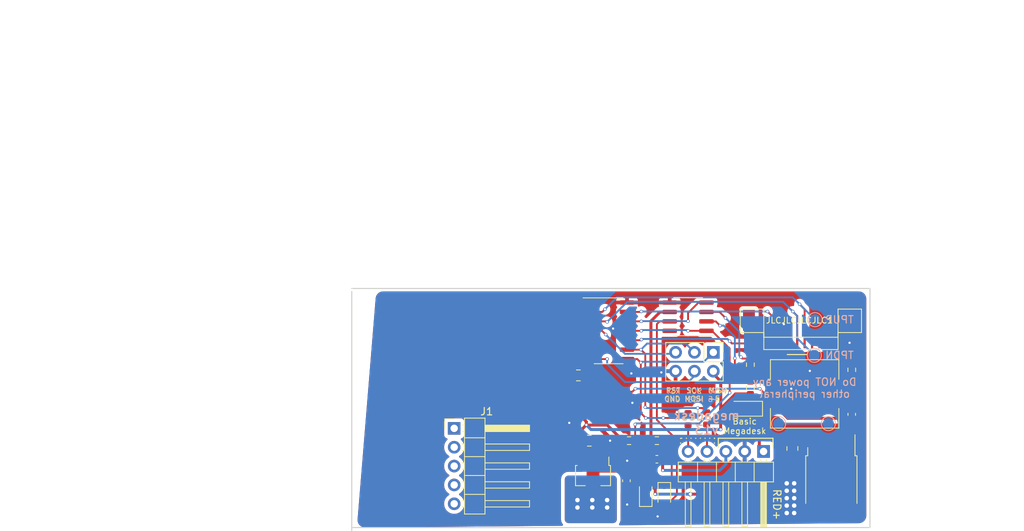
<source format=kicad_pcb>
(kicad_pcb (version 20241229) (generator "pcbnew") (generator_version "9.0")
  (layers (0 "F.Cu" signal) (2 "B.Cu" signal) (13 "F.Paste" user) (15 "B.Paste" user) (5 "F.SilkS" user "F.Silkscreen") (7 "B.SilkS" user "B.Silkscreen") (1 "F.Mask" user) (3 "B.Mask" user) (25 "Edge.Cuts" user))
  (net 0 "")
  (net 1 "+5V")
  (net 2 "GND")
  (net 3 "+12V")
  (net 4 "LINBUS")
  (net 5 "/MISO")
  (net 6 "/SCK")
  (net 7 "/MOSI")
  (net 8 "/RST")
  (net 9 "+24V")
  (net 10 "Net-(BZ1--)")
  (net 11 "Net-(BZ1-+)")
  (net 12 "Net-(D1-K)")
  (net 13 "Net-(D2-K)")
  (net 14 "Bup")
  (net 15 "Bdown")
  (net 16 "B9")
  (net 17 "B10")
  (net 18 "Net-(U3-PA2)")
  (net 19 "Net-(U4-CS)")
  (net 20 "Net-(U4-WAKE)")
  (net 21 "Net-(U3-PA1)")
  (net 22 "Net-(TP1-Pad1)")
  (net 30 "/AVRRX")
  (net 31 "/AVRTX")
  (footprint "Diode_SMD:D_SOD-323" (layer "F.Cu") (at 110.7 132.35 90)
    (property "Reference" "D1" (hide yes))
    (property "Value" "1N4148")
    (pad "1" smd roundrect (at -1.05 0 90) (size 0.6 0.45) (layers "F.Cu" "F.Mask" "F.Paste") (net 12 "Net-(D1-K)"))
    (pad "2" smd roundrect (at 1.05 0 90) (size 0.6 0.45) (layers "F.Cu" "F.Mask" "F.Paste") (net 3 "+12V"))
  )
  (footprint "Package_TO_SOT_SMD:TO-252-2" (layer "F.Cu") (at 135.7 130.44 -90)
    (property "Reference" "U1" (hide yes))
    (property "Value" "7812")
    (pad "1" smd roundrect (at -5.04 -2.28 270) (size 2.2 1.2) (layers "F.Cu" "F.Mask" "F.Paste") (roundrect_rratio 0.208333) (net 9 "+24V"))
    (pad "2" smd roundrect (at -0.415 -1.525 270) (size 3.05 2.75) (layers "F.Cu" "F.Paste") (roundrect_rratio 0.090909) (net 2 "GND"))
    (pad "2" smd roundrect (at -0.415 1.525 270) (size 3.05 2.75) (layers "F.Cu" "F.Paste") (roundrect_rratio 0.090909) (net 2 "GND"))
    (pad "2" smd roundrect (at 1.26 0 270) (size 6.4 5.8) (layers "F.Cu" "F.Mask") (roundrect_rratio 0.043103) (net 2 "GND"))
    (pad "2" smd roundrect (at 2.935 -1.525 270) (size 3.05 2.75) (layers "F.Cu" "F.Paste") (roundrect_rratio 0.090909) (net 2 "GND"))
    (pad "2" smd roundrect (at 2.935 1.525 270) (size 3.05 2.75) (layers "F.Cu" "F.Paste") (roundrect_rratio 0.090909) (net 2 "GND"))
    (pad "3" smd roundrect (at -5.04 2.28 270) (size 2.2 1.2) (layers "F.Cu" "F.Mask" "F.Paste") (roundrect_rratio 0.208333) (net 3 "+12V"))
  )
  (footprint "megadesk:F1004-H-10-20G-R" (layer "F.Cu") (at 131.6 112 180)
    (property "Reference" "J2" (hide yes))
    (property "Value" "FFC")
    (pad "0" smd rect (at -7 3.1 180) (size 1.6 2.8) (layers "F.Cu" "F.Mask" "F.Paste"))
    (pad "0" smd rect (at 7 3.1 180) (size 1.6 2.8) (layers "F.Cu" "F.Mask" "F.Paste"))
    (pad "1" smd rect (at -4.5 0 180) (size 0.3 1.3) (layers "F.Cu" "F.Mask" "F.Paste"))
    (pad "2" smd rect (at -3.5 0 180) (size 0.3 1.3) (layers "F.Cu" "F.Mask" "F.Paste"))
    (pad "3" smd rect (at -2.5 0 180) (size 0.3 1.3) (layers "F.Cu" "F.Mask" "F.Paste"))
    (pad "4" smd rect (at -1.5 0 180) (size 0.3 1.3) (layers "F.Cu" "F.Mask" "F.Paste"))
    (pad "5" smd rect (at -0.5 0 180) (size 0.3 1.3) (layers "F.Cu" "F.Mask" "F.Paste") (net 14 "Bup"))
    (pad "6" smd rect (at 0.5 0 180) (size 0.3 1.3) (layers "F.Cu" "F.Mask" "F.Paste") (net 15 "Bdown"))
    (pad "7" smd rect (at 1.5 0 180) (size 0.3 1.3) (layers "F.Cu" "F.Mask" "F.Paste") (net 2 "GND"))
    (pad "8" smd rect (at 2.5 0 180) (size 0.3 1.3) (layers "F.Cu" "F.Mask" "F.Paste"))
    (pad "9" smd rect (at 3.5 0 180) (size 0.3 1.3) (layers "F.Cu" "F.Mask" "F.Paste") (net 16 "B9"))
    (pad "10" smd rect (at 4.5 0 180) (size 0.3 1.3) (layers "F.Cu" "F.Mask" "F.Paste") (net 17 "B10"))
  )
  (footprint "Capacitor_SMD:C_0603_1608Metric" (layer "F.Cu") (at 112.2 127.6 180)
    (property "Reference" "C6" (hide yes))
    (property "Value" "220pF")
    (pad "1" smd roundrect (at -0.775 0 180) (size 0.9 0.95) (layers "F.Cu" "F.Mask" "F.Paste") (net 4 "LINBUS"))
    (pad "2" smd roundrect (at 0.775 0 180) (size 0.9 0.95) (layers "F.Cu" "F.Mask" "F.Paste") (net 2 "GND"))
  )
  (footprint "Resistor_SMD:R_0603_1608Metric" (layer "F.Cu") (at 138.45 115.55 90)
    (property "Reference" "R1" (hide yes))
    (property "Value" "2k")
    (pad "1" smd roundrect (at -0.825 0 90) (size 0.8 0.95) (layers "F.Cu" "F.Mask" "F.Paste") (net 11 "Net-(BZ1-+)"))
    (pad "2" smd roundrect (at 0.825 0 90) (size 0.8 0.95) (layers "F.Cu" "F.Mask" "F.Paste") (net 2 "GND"))
  )
  (footprint "Resistor_SMD:R_0603_1608Metric" (layer "F.Cu") (at 124.792 117.977 -90)
    (property "Reference" "R4" (hide yes))
    (property "Value" "4.7k")
    (pad "1" smd roundrect (at -0.825 0 270) (size 0.8 0.95) (layers "F.Cu" "F.Mask" "F.Paste") (net 19 "Net-(U4-CS)"))
    (pad "2" smd roundrect (at 0.825 0 270) (size 0.8 0.95) (layers "F.Cu" "F.Mask" "F.Paste") (net 1 "+5V"))
  )
  (footprint "Resistor_SMD:R_0603_1608Metric" (layer "F.Cu") (at 112.2 125.1 180)
    (property "Reference" "R6" (hide yes))
    (property "Value" "1k")
    (pad "1" smd roundrect (at -0.825 0 180) (size 0.8 0.95) (layers "F.Cu" "F.Mask" "F.Paste") (net 13 "Net-(D2-K)"))
    (pad "2" smd roundrect (at 0.825 0 180) (size 0.8 0.95) (layers "F.Cu" "F.Mask" "F.Paste") (net 4 "LINBUS"))
  )
  (footprint "Buzzer_Beeper:Buzzer_Murata_PKMCS0909E" (layer "F.Cu") (at 132.1 118.8)
    (property "Reference" "BZ1" (hide yes))
    (property "Value" "Buzzer")
    (pad "1" smd rect (at -4.35 0) (size 1.3 3.4) (layers "F.Cu" "F.Mask" "F.Paste") (net 10 "Net-(BZ1--)"))
    (pad "2" smd rect (at 4.35 0) (size 1.3 3.4) (layers "F.Cu" "F.Mask" "F.Paste") (net 11 "Net-(BZ1-+)"))
  )
  (footprint "Capacitor_SMD:C_0805_2012Metric" (layer "F.Cu") (at 130.45 126.15 -90)
    (property "Reference" "C3" (hide yes))
    (property "Value" "0.1uF")
    (pad "1" smd roundrect (at -0.95 0 270) (size 1 1.45) (layers "F.Cu" "F.Mask" "F.Paste") (net 3 "+12V"))
    (pad "2" smd roundrect (at 0.95 0 270) (size 1 1.45) (layers "F.Cu" "F.Mask" "F.Paste") (net 2 "GND"))
  )
  (footprint "Diode_SMD:D_SOD-323" (layer "F.Cu") (at 113.2 132.35 -90)
    (property "Reference" "D2" (hide yes))
    (property "Value" "1N4148")
    (pad "1" smd roundrect (at -1.05 0 270) (size 0.6 0.45) (layers "F.Cu" "F.Mask" "F.Paste") (net 13 "Net-(D2-K)"))
    (pad "2" smd roundrect (at 1.05 0 270) (size 0.6 0.45) (layers "F.Cu" "F.Mask" "F.Paste") (net 12 "Net-(D1-K)"))
  )
  (footprint "Package_TO_SOT_SMD:SOT-89-3" (layer "F.Cu") (at 103.6 129.8 -90)
    (property "Reference" "U2" (hide yes))
    (property "Value" "HT7550-1")
    (pad "1" smd rect (at -1.95 -1.5 270) (size 1.3 0.9) (layers "F.Cu" "F.Mask" "F.Paste") (net 2 "GND"))
    (pad "2" smd custom (at -1.8625 0 270) (size 1.475 0.9) (layers "F.Cu" "F.Mask" "F.Paste") (net 3 "+12V") (options (clearance outline) (anchor rect)) (primitives (gr_poly (pts (xy 3.8625 0.8665) (xy 0.7375 0.8665) (xy 0.7375 -0.8665) (xy 3.8625 -0.8665)) (width 0) (fill yes))))
    (pad "3" smd rect (at -1.95 1.5 270) (size 1.3 0.9) (layers "F.Cu" "F.Mask" "F.Paste") (net 1 "+5V"))
  )
  (footprint "Connector_PinHeader_2.54mm:PinHeader_2x03_P2.54mm_Vertical" (layer "F.Cu") (at 119.8 113.2 -90)
    (property "Reference" "J3" (hide yes))
    (property "Value" "AVR-ISP-6")
    (pad "1" thru_hole rect (at 0 0 270) (size 1.7 1.7) (drill 1) (layers "*.Cu" "*.Mask") (net 5 "/MISO"))
    (pad "2" thru_hole oval (at 2.54 0 270) (size 1.7 1.7) (drill 1) (layers "*.Cu" "*.Mask") (net 1 "+5V"))
    (pad "3" thru_hole oval (at 0 2.54 270) (size 1.7 1.7) (drill 1) (layers "*.Cu" "*.Mask") (net 6 "/SCK"))
    (pad "4" thru_hole oval (at 2.54 2.54 270) (size 1.7 1.7) (drill 1) (layers "*.Cu" "*.Mask") (net 7 "/MOSI"))
    (pad "5" thru_hole oval (at 0 5.08 270) (size 1.7 1.7) (drill 1) (layers "*.Cu" "*.Mask") (net 8 "/RST"))
    (pad "6" thru_hole oval (at 2.54 5.08 270) (size 1.7 1.7) (drill 1) (layers "*.Cu" "*.Mask") (net 2 "GND"))
  )
  (footprint "Package_SO:SOIC-14_3.9x8.7mm_P1.27mm" (layer "F.Cu") (at 105.7 110.3)
    (property "Reference" "U3" (hide yes))
    (property "Value" "ATtiny841-SS")
    (pad "1" smd roundrect (at -2.475 -3.81) (size 1.95 0.6) (layers "F.Cu" "F.Mask" "F.Paste") (net 1 "+5V"))
    (pad "2" smd roundrect (at -2.475 -2.54) (size 1.95 0.6) (layers "F.Cu" "F.Mask" "F.Paste") (net 14 "Bup"))
    (pad "3" smd roundrect (at -2.475 -1.27) (size 1.95 0.6) (layers "F.Cu" "F.Mask" "F.Paste") (net 15 "Bdown"))
    (pad "4" smd roundrect (at -2.475 0) (size 1.95 0.6) (layers "F.Cu" "F.Mask" "F.Paste") (net 8 "/RST"))
    (pad "5" smd roundrect (at -2.475 1.27) (size 1.95 0.6) (layers "F.Cu" "F.Mask" "F.Paste"))
    (pad "6" smd roundrect (at -2.475 2.54) (size 1.95 0.6) (layers "F.Cu" "F.Mask" "F.Paste") (net 10 "Net-(BZ1--)"))
    (pad "7" smd roundrect (at -2.475 3.81) (size 1.95 0.6) (layers "F.Cu" "F.Mask" "F.Paste") (net 7 "/MOSI"))
    (pad "8" smd roundrect (at 2.475 3.81) (size 1.95 0.6) (layers "F.Cu" "F.Mask" "F.Paste") (net 5 "/MISO"))
    (pad "9" smd roundrect (at 2.475 2.54) (size 1.95 0.6) (layers "F.Cu" "F.Mask" "F.Paste") (net 6 "/SCK"))
    (pad "10" smd roundrect (at 2.475 1.27) (size 1.95 0.6) (layers "F.Cu" "F.Mask" "F.Paste") (net 17 "B10"))
    (pad "11" smd roundrect (at 2.475 0) (size 1.95 0.6) (layers "F.Cu" "F.Mask" "F.Paste") (net 18 "Net-(U3-PA2)"))
    (pad "12" smd roundrect (at 2.475 -1.27) (size 1.95 0.6) (layers "F.Cu" "F.Mask" "F.Paste") (net 21 "Net-(U3-PA1)"))
    (pad "13" smd roundrect (at 2.475 -2.54) (size 1.95 0.6) (layers "F.Cu" "F.Mask" "F.Paste") (net 16 "B9"))
    (pad "14" smd roundrect (at 2.475 -3.81) (size 1.95 0.6) (layers "F.Cu" "F.Mask" "F.Paste") (net 2 "GND"))
  )
  (footprint "Capacitor_SMD:C_0805_2012Metric" (layer "F.Cu") (at 103.1 125.1)
    (property "Reference" "C5" (hide yes))
    (property "Value" "0.1uF")
    (pad "1" smd roundrect (at -0.95 0) (size 1 1.45) (layers "F.Cu" "F.Mask" "F.Paste") (net 1 "+5V"))
    (pad "2" smd roundrect (at 0.95 0) (size 1 1.45) (layers "F.Cu" "F.Mask" "F.Paste") (net 2 "GND"))
  )
  (footprint "Resistor_SMD:R_0603_1608Metric" (layer "F.Cu") (at 108.45 125.1)
    (property "Reference" "R3" (hide yes))
    (property "Value" "4.7k")
    (pad "1" smd roundrect (at -0.825 0) (size 0.8 0.95) (layers "F.Cu" "F.Mask" "F.Paste") (net 1 "+5V"))
    (pad "2" smd roundrect (at 0.825 0) (size 0.8 0.95) (layers "F.Cu" "F.Mask" "F.Paste") (net 18 "Net-(U3-PA2)"))
  )
  (footprint "Capacitor_SMD:C_0603_1608Metric" (layer "F.Cu") (at 138.45 121.55 90)
    (property "Reference" "C1" (hide yes))
    (property "Value" "220pF")
    (pad "1" smd roundrect (at -0.775 0 90) (size 0.9 0.95) (layers "F.Cu" "F.Mask" "F.Paste") (net 9 "+24V"))
    (pad "2" smd roundrect (at 0.775 0 90) (size 0.9 0.95) (layers "F.Cu" "F.Mask" "F.Paste") (net 2 "GND"))
  )
  (footprint "Resistor_SMD:R_0603_1608Metric" (layer "F.Cu") (at 124.792 114.866 -90)
    (property "Reference" "R5" (hide yes))
    (property "Value" "4.7k")
    (pad "1" smd roundrect (at -0.825 0 270) (size 0.8 0.95) (layers "F.Cu" "F.Mask" "F.Paste") (net 20 "Net-(U4-WAKE)"))
    (pad "2" smd roundrect (at 0.825 0 270) (size 0.8 0.95) (layers "F.Cu" "F.Mask" "F.Paste") (net 2 "GND"))
  )
  (footprint "Diode_SMD:D_SOD-123F" (layer "F.Cu") (at 124.219 120.798 180)
    (property "Reference" "D3" (hide yes))
    (property "Value" "SMF33A")
    (pad "1" smd roundrect (at -1.4 0 180) (size 1.1 1.1) (layers "F.Cu" "F.Mask" "F.Paste") (roundrect_rratio 0.2272727273) (net 9 "+24V"))
    (pad "2" smd roundrect (at 1.4 0 180) (size 1.1 1.1) (layers "F.Cu" "F.Mask" "F.Paste") (roundrect_rratio 0.2272727273) (net 2 "GND"))
  )
  (footprint "Resistor_SMD:R_0603_1608Metric" (layer "F.Cu") (at 118.9 122.1 -90)
    (property "Reference" "R2" (hide yes))
    (property "Value" "1k")
    (pad "1" smd roundrect (at -0.825 0 270) (size 0.8 0.95) (layers "F.Cu" "F.Mask" "F.Paste") (net 6 "/SCK"))
    (pad "2" smd roundrect (at 0.825 0 270) (size 0.8 0.95) (layers "F.Cu" "F.Mask" "F.Paste") (net 30 "/AVRRX"))
  )
  (footprint "Package_SO:SOIC-8_3.9x4.9mm_P1.27mm" (layer "F.Cu") (at 116.4 108.4 180)
    (property "Reference" "U4" (hide yes))
    (property "Value" "MCP2003B")
    (pad "1" smd roundrect (at -2.475 -1.905 180) (size 1.95 0.6) (layers "F.Cu" "F.Mask" "F.Paste") (net 18 "Net-(U3-PA2)"))
    (pad "2" smd roundrect (at -2.475 -0.635 180) (size 1.95 0.6) (layers "F.Cu" "F.Mask" "F.Paste") (net 19 "Net-(U4-CS)"))
    (pad "3" smd roundrect (at -2.475 0.635 180) (size 1.95 0.6) (layers "F.Cu" "F.Mask" "F.Paste") (net 20 "Net-(U4-WAKE)"))
    (pad "4" smd roundrect (at -2.475 1.905 180) (size 1.95 0.6) (layers "F.Cu" "F.Mask" "F.Paste") (net 21 "Net-(U3-PA1)"))
    (pad "5" smd roundrect (at 2.475 1.905 180) (size 1.95 0.6) (layers "F.Cu" "F.Mask" "F.Paste") (net 2 "GND"))
    (pad "6" smd roundrect (at 2.475 0.635 180) (size 1.95 0.6) (layers "F.Cu" "F.Mask" "F.Paste") (net 4 "LINBUS"))
    (pad "7" smd roundrect (at 2.475 -0.635 180) (size 1.95 0.6) (layers "F.Cu" "F.Mask" "F.Paste") (net 12 "Net-(D1-K)"))
    (pad "8" smd roundrect (at 2.475 -1.905 180) (size 1.95 0.6) (layers "F.Cu" "F.Mask" "F.Paste"))
  )
  (footprint "Connector_PinHeader_2.54mm:PinHeader_1x05_P2.54mm_Horizontal" (layer "F.Cu") (at 126.57 126.55 -90)
    (property "Reference" "J4" (hide yes))
    (property "Value" "Interface")
    (pad "1" thru_hole rect (at 0 0 270) (size 1.7 1.7) (drill 1) (layers "*.Cu" "*.Mask") (net 9 "+24V"))
    (pad "2" thru_hole oval (at 0 2.54 270) (size 1.7 1.7) (drill 1) (layers "*.Cu" "*.Mask") (net 2 "GND"))
    (pad "3" thru_hole oval (at 0 5.08 270) (size 1.7 1.7) (drill 1) (layers "*.Cu" "*.Mask") (net 4 "LINBUS"))
    (pad "4" thru_hole oval (at 0 7.62 270) (size 1.7 1.7) (drill 1) (layers "*.Cu" "*.Mask") (net 30 "/AVRRX"))
    (pad "5" thru_hole oval (at 0 10.16 270) (size 1.7 1.7) (drill 1) (layers "*.Cu" "*.Mask") (net 31 "/AVRTX"))
  )
  (footprint "Capacitor_SMD:C_0603_1608Metric" (layer "F.Cu") (at 108.1 130.5 -90)
    (property "Reference" "C2" (hide yes))
    (property "Value" "220pF")
    (pad "1" smd roundrect (at -0.775 0 270) (size 0.9 0.95) (layers "F.Cu" "F.Mask" "F.Paste") (net 3 "+12V"))
    (pad "2" smd roundrect (at 0.775 0 270) (size 0.9 0.95) (layers "F.Cu" "F.Mask" "F.Paste") (net 2 "GND"))
  )
  (footprint "Resistor_SMD:R_0603_1608Metric" (layer "F.Cu") (at 116.4 122.2 -90)
    (property "Reference" "R7" (hide yes))
    (property "Value" "1k")
    (pad "1" smd roundrect (at -0.825 0 270) (size 0.8 0.95) (layers "F.Cu" "F.Mask" "F.Paste") (net 5 "/MISO"))
    (pad "2" smd roundrect (at 0.825 0 270) (size 0.8 0.95) (layers "F.Cu" "F.Mask" "F.Paste") (net 31 "/AVRTX"))
  )
  (footprint "Connector_PinHeader_2.54mm:PinHeader_1x05_P2.54mm_Horizontal" (layer "F.Cu") (at 84.9 123.44)
    (property "Reference" "J1" (at 4.385 -2.27 0) (layer "F.SilkS"))
    (property "Value" "Interface")
    (pad "1" thru_hole rect (at 0 0) (size 1.7 1.7) (drill 1) (layers "*.Cu" "*.Mask"))
    (pad "2" thru_hole circle (at 0 2.54) (size 1.7 1.7) (drill 1) (layers "*.Cu" "*.Mask"))
    (pad "3" thru_hole circle (at 0 5.08) (size 1.7 1.7) (drill 1) (layers "*.Cu" "*.Mask"))
    (pad "4" thru_hole circle (at 0 7.62) (size 1.7 1.7) (drill 1) (layers "*.Cu" "*.Mask"))
    (pad "5" thru_hole circle (at 0 10.16) (size 1.7 1.7) (drill 1) (layers "*.Cu" "*.Mask"))
  )
  (footprint "Capacitor_SMD:C_0805_2012Metric" (layer "F.Cu") (at 101.62043 116.303226)
    (property "Reference" "C4" (hide yes))
    (property "Value" "0.1uF")
    (pad "1" smd roundrect (at -0.95 0) (size 1 1.45) (layers "F.Cu" "F.Mask" "F.Paste") (net 1 "+5V"))
    (pad "2" smd roundrect (at 0.95 0) (size 1 1.45) (layers "F.Cu" "F.Mask" "F.Paste") (net 2 "GND"))
  )
  (footprint "TestPoint:TestPoint_Pad_D1.5mm" (layer "B.Cu") (at 133.5 108.8 180)
    (property "Reference" "TP4" (hide yes))
    (property "Value" "TPUP" (at -3.3 0 0) (layer "B.SilkS") (effects (justify mirror)))
    (pad "1" smd circle (at 0 0 180) (size 1.5 1.5) (layers "B.Cu" "B.Mask") (net 14 "Bup"))
  )
  (footprint "TestPoint:TestPoint_Pad_D1.5mm" (layer "B.Cu") (at 133.4 113.6 180)
    (property "Reference" "TP3" (hide yes))
    (property "Value" "TPDN" (at -3.4 0 0) (layer "B.SilkS") (effects (justify mirror)))
    (pad "1" smd circle (at 0 0 180) (size 1.5 1.5) (layers "B.Cu" "B.Mask") (net 15 "Bdown"))
  )
  (footprint "TestPoint:TestPoint_Pad_D1.5mm" (layer "B.Cu") (at 135.3 122.8 180)
    (property "Reference" "TP2" (hide yes))
    (property "Value" "TestPoint")
    (pad "1" smd circle (at 0 0 180) (size 1.5 1.5) (layers "B.Cu" "B.Mask") (net 22 "Net-(TP1-Pad1)"))
  )
  (footprint "TestPoint:TestPoint_Pad_D1.5mm" (layer "B.Cu") (at 128.6 122.8 180)
    (property "Reference" "TP1" (hide yes))
    (property "Value" "TestPoint")
    (pad "1" smd circle (at 0 0 180) (size 1.5 1.5) (layers "B.Cu" "B.Mask") (net 22 "Net-(TP1-Pad1)"))
  )
  (gr_line (start 119.966 124.772) (end 115.394 124.772) (stroke (width 0.15) (type dot)) (layer "F.SilkS"))
  (gr_line (start 119.966 124.772) (end 119.966 126.042) (stroke (width 0.15) (type dot)) (layer "F.SilkS"))
  (gr_line (start 129.7665 113.5) (end 132.4335 113.5) (stroke (width 0.15)) (layer "F.SilkS"))
  (gr_line (start 127.84 124.772) (end 127.84 126.042) (stroke (width 0.15)) (layer "F.SilkS"))
  (gr_line (start 120.474 124.772) (end 127.84 124.772) (stroke (width 0.15)) (layer "F.SilkS"))
  (gr_line (start 115.394 124.772) (end 115.394 126.042) (stroke (width 0.15) (type dot)) (layer "F.SilkS"))
  (gr_line (start 120.474 126.042) (end 120.474 124.772) (stroke (width 0.15)) (layer "F.SilkS"))
  (gr_line (start 140.9 104.6) (end 140.9 136.8) (stroke (width 0.15)) (layer "Edge.Cuts"))
  (gr_line (start 71.1 136.8) (end 140.9 136.8) (stroke (width 0.15)) (layer "Edge.Cuts"))
  (gr_line (start 71.1 104.6) (end 140.9 104.6) (stroke (width 0.15)) (layer "Edge.Cuts"))
  (gr_line (start 71.1 137.2) (end 71.1 105) (stroke (width 0.15)) (layer "Edge.Cuts"))
  (gr_text "JLCJLCJLCJLC1" (at 131.4 108.9 0) (layer "F.SilkS") (effects (font (size 0.8 0.8) (thickness 0.125))))
  (gr_text "RST\nGND" (at 115.4 118.9 0) (layer "F.SilkS") (effects (font (size 0.7 0.7) (thickness 0.1)) (justify right)))
  (gr_text "SCK\nMOSI" (at 117.2 118.9 0) (layer "F.SilkS") (effects (font (size 0.7 0.7) (thickness 0.1))))
  (gr_text "RED+" (at 128.371408 133.697894 270) (layer "F.SilkS") (effects (font (size 1 1))))
  (gr_text "MISO\n+5" (at 119.1 118.9 0) (layer "F.SilkS") (effects (font (size 0.7 0.7) (thickness 0.1)) (justify left)))
  (gr_text "Basic\nMegadesk" (at 124.03 124.264 0) (layer "F.SilkS") (effects (font (size 0.8 0.8) (thickness 0.12)) (justify bottom)))
  (gr_text "megadesk\nv13" (at 118.9 122.7 0) (layer "B.SilkS") (effects (font (size 1.2 1.2) (thickness 0.2)) (justify mirror)))
  (gr_text "Do NOT power any\nother peripheral" (at 132.1 118 0) (layer "B.SilkS") (effects (font (size 1 1)) (justify mirror)))
  (gr_text "SCK\nMOSI" (at 117.25 119 0) (layer "B.SilkS") (effects (font (size 0.7 0.7) (thickness 0.1)) (justify mirror)))
  (gr_text "MISO\n+5" (at 119 118.95 0) (layer "B.SilkS") (effects (font (size 0.7 0.7) (thickness 0.1)) (justify right mirror)))
  (gr_text "RST\nGND" (at 115.45 119 0) (layer "B.SilkS") (effects (font (size 0.7 0.7) (thickness 0.1)) (justify left mirror)))
  (segment (start 105.525 123) (end 107.625 125.1) (width 0.4) (layer "F.Cu") (net 1))
  (segment (start 122.786 118.802) (end 124.792 118.802) (width 0.4) (layer "F.Cu") (net 1))
  (segment (start 120.8 117.1) (end 119.8 116.1) (width 0.4) (layer "F.Cu") (net 1))
  (segment (start 102.1 127.85) (end 102.1 125.15) (width 0.4) (layer "F.Cu") (net 1))
  (segment (start 120.79 121.853) (end 120.79 120.798) (width 0.4) (layer "F.Cu") (net 1))
  (segment (start 120.79 123.592) (end 120.79 121.853) (width 0.4) (layer "F.Cu") (net 1))
  (segment (start 102.7 122.972989) (end 102.15 123.522989) (width 0.4) (layer "F.Cu") (net 1))
  (segment (start 120.79 120.798) (end 122.786 118.802) (width 0.4) (layer "F.Cu") (net 1))
  (segment (start 101.86 106.49) (end 103.225 106.49) (width 0.4) (layer "F.Cu") (net 1))
  (segment (start 102.15 123.522989) (end 102.15 125.1) (width 0.4) (layer "F.Cu") (net 1))
  (segment (start 120.79 121.853) (end 120.8 121.843) (width 0.4) (layer "F.Cu") (net 1))
  (segment (start 120.8 121.843) (end 120.8 117.1) (width 0.4) (layer "F.Cu") (net 1))
  (segment (start 102.727011 123) (end 105.525 123) (width 0.4) (layer "F.Cu") (net 1))
  (segment (start 100.7 107.65) (end 101.86 106.49) (width 0.4) (layer "F.Cu") (net 1))
  (segment (start 100.7 120.55) (end 100.7 107.65) (width 0.4) (layer "F.Cu") (net 1))
  (segment (start 102.7 122.972989) (end 102.7 122.55) (width 0.4) (layer "F.Cu") (net 1))
  (segment (start 102.7 122.55) (end 100.7 120.55) (width 0.4) (layer "F.Cu") (net 1))
  (segment (start 102.7 122.972989) (end 102.727011 123) (width 0.4) (layer "F.Cu") (net 1))
  (via (at 120.79 123.592) (size 0.45) (drill 0.3) (layers "F.Cu" "B.Cu") (net 1))
  (via (at 102.7 122.972989) (size 0.45) (drill 0.3) (layers "F.Cu" "B.Cu") (net 1))
  (segment (start 120.782 123.6) (end 103.327011 123.6) (width 0.4) (layer "B.Cu") (net 1))
  (segment (start 120.79 123.592) (end 120.782 123.6) (width 0.4) (layer "B.Cu") (net 1))
  (segment (start 103.327011 123.6) (end 102.7 122.972989) (width 0.4) (layer "B.Cu") (net 1))
  (via (at 130.691464 130.843858) (size 0.7) (drill 0.6) (layers "F.Cu" "B.Cu") (net 2))
  (via (at 138.152877 111.91571) (size 0.45) (drill 0.3) (layers "F.Cu" "B.Cu") (net 2))
  (via (at 130.691464 131.843858) (size 0.7) (drill 0.6) (layers "F.Cu" "B.Cu") (net 2))
  (via (at 106.3 110) (size 0.45) (drill 0.3) (layers "F.Cu" "B.Cu") (net 2))
  (via (at 129.691464 132.843858) (size 0.7) (drill 0.6) (layers "F.Cu" "B.Cu") (net 2))
  (via (at 108.2 133.7) (size 0.45) (drill 0.3) (layers "F.Cu" "B.Cu") (net 2))
  (via (at 130.691464 132.843858) (size 0.7) (drill 0.6) (layers "F.Cu" "B.Cu") (net 2))
  (via (at 100.4 122.7) (size 0.45) (drill 0.3) (layers "F.Cu" "B.Cu") (net 2))
  (via (at 112.8 115.9) (size 0.45) (drill 0.3) (layers "F.Cu" "B.Cu") (net 2))
  (via (at 129.3 109.4) (size 0.45) (drill 0.3) (layers "F.Cu" "B.Cu") (net 2))
  (via (at 129.691464 134.843858) (size 0.7) (drill 0.6) (layers "F.Cu" "B.Cu") (net 2))
  (via (at 114.892991 121.250613) (size 0.45) (drill 0.3) (layers "F.Cu" "B.Cu") (net 2))
  (via (at 129.691464 130.843858) (size 0.7) (drill 0.6) (layers "F.Cu" "B.Cu") (net 2))
  (via (at 130.691464 134.843858) (size 0.7) (drill 0.6) (layers "F.Cu" "B.Cu") (net 2))
  (via (at 130.691464 133.843858) (size 0.7) (drill 0.6) (layers "F.Cu" "B.Cu") (net 2))
  (via (at 132.8 115.7) (size 0.45) (drill 0.3) (layers "F.Cu" "B.Cu") (net 2))
  (via (at 108.9 120) (size 0.45) (drill 0.3) (layers "F.Cu" "B.Cu") (net 2))
  (via (at 130.3 118.1) (size 0.45) (drill 0.3) (layers "F.Cu" "B.Cu") (net 2))
  (via (at 129.691464 133.843858) (size 0.7) (drill 0.6) (layers "F.Cu" "B.Cu") (net 2))
  (via (at 112.3 135.3) (size 0.45) (drill 0.3) (layers "F.Cu" "B.Cu") (net 2))
  (via (at 105.9 125.1) (size 0.45) (drill 0.3) (layers "F.Cu" "B.Cu") (net 2))
  (via (at 129.691464 131.843858) (size 0.7) (drill 0.6) (layers "F.Cu" "B.Cu") (net 2))
  (via (at 108.761416 116.039695) (size 0.45) (drill 0.3) (layers "F.Cu" "B.Cu") (net 2))
  (via (at 108.2 127.8) (size 0.45) (drill 0.3) (layers "F.Cu" "B.Cu") (net 2))
  (segment (start 111.974843 132.3) (end 111.974843 131.650843) (width 0.4) (layer "F.Cu") (net 3))
  (segment (start 110.7 130.4) (end 110 129.7) (width 0.4) (layer "F.Cu") (net 3))
  (segment (start 128.95 125.575286) (end 128.95 128.755389) (width 0.4) (layer "F.Cu") (net 3))
  (segment (start 110.7 131.3) (end 110.7 130.4) (width 0.4) (layer "F.Cu") (net 3))
  (segment (start 107.575 129.2) (end 104.3 129.2) (width 0.4) (layer "F.Cu") (net 3))
  (segment (start 130.45 125.2) (end 129.325286 125.2) (width 0.4) (layer "F.Cu") (net 3))
  (segment (start 129.325286 125.2) (end 128.95 125.575286) (width 0.4) (layer "F.Cu") (net 3))
  (segment (start 125.405389 132.3) (end 116.7 132.3) (width 0.4) (layer "F.Cu") (net 3))
  (segment (start 108.1 129.725) (end 107.575 129.2) (width 0.4) (layer "F.Cu") (net 3))
  (segment (start 110 129.7) (end 108.125 129.7) (width 0.4) (layer "F.Cu") (net 3))
  (segment (start 111.974843 131.650843) (end 111.624 131.3) (width 0.4) (layer "F.Cu") (net 3))
  (segment (start 111.624 131.3) (end 110.7 131.3) (width 0.4) (layer "F.Cu") (net 3))
  (segment (start 130.45 125.2) (end 133.22 125.2) (width 0.4) (layer "F.Cu") (net 3))
  (segment (start 104.3 129.2) (end 103.6 128.5) (width 0.4) (layer "F.Cu") (net 3))
  (segment (start 128.95 128.755389) (end 125.405389 132.3) (width 0.4) (layer "F.Cu") (net 3))
  (via (at 105.5 133.1) (size 0.7) (drill 0.6) (layers "F.Cu" "B.Cu") (net 3))
  (via (at 103.5 134.1) (size 0.7) (drill 0.6) (layers "F.Cu" "B.Cu") (net 3))
  (via (at 101.5 134.1) (size 0.7) (drill 0.6) (layers "F.Cu" "B.Cu") (net 3))
  (via (at 111.974843 132.3) (size 0.45) (drill 0.3) (layers "F.Cu" "B.Cu") (net 3))
  (via (at 103.5 133.1) (size 0.7) (drill 0.6) (layers "F.Cu" "B.Cu") (net 3))
  (via (at 101.5 133.1) (size 0.7) (drill 0.6) (layers "F.Cu" "B.Cu") (net 3))
  (via (at 116.7 132.3) (size 0.6) (drill 0.4) (layers "F.Cu" "B.Cu") (net 3))
  (via (at 105.5 134.1) (size 0.7) (drill 0.6) (layers "F.Cu" "B.Cu") (net 3))
  (segment (start 116.7 132.3) (end 111.974843 132.3) (width 0.4) (layer "B.Cu") (net 3))
  (segment (start 112.975 129.075) (end 113 129.1) (width 0.4) (layer "F.Cu") (net 4))
  (segment (start 112.975 127.6) (end 112.975 129.075) (width 0.4) (layer "F.Cu") (net 4))
  (segment (start 111.4 109) (end 111.4 125.075) (width 0.4) (layer "F.Cu") (net 4))
  (segment (start 113.925 107.765) (end 112.635 107.765) (width 0.4) (layer "F.Cu") (net 4))
  (segment (start 111.375 125.1) (end 111.375 125.875) (width 0.4) (layer "F.Cu") (net 4))
  (segment (start 112.635 107.765) (end 111.4 109) (width 0.4) (layer "F.Cu") (net 4))
  (segment (start 111.375 125.875) (end 112.975 127.475) (width 0.4) (layer "F.Cu") (net 4))
  (via (at 113 129.1) (size 0.45) (drill 0.3) (layers "F.Cu" "B.Cu") (net 4))
  (segment (start 121.49 128.271719) (end 121.49 126.55) (width 0.4) (layer "B.Cu") (net 4))
  (segment (start 113 129.1) (end 120.661719 129.1) (width 0.4) (layer "B.Cu") (net 4))
  (segment (start 120.661719 129.1) (end 121.49 128.271719) (width 0.4) (layer "B.Cu") (net 4))
  (segment (start 109.556866 114.11) (end 108.175 114.11) (width 0.25) (layer "F.Cu") (net 5))
  (segment (start 115.442991 121.478431) (end 114.879044 122.042378) (width 0.25) (layer "F.Cu") (net 5))
  (segment (start 110.031923 121.374301) (end 110.031923 114.585057) (width 0.25) (layer "F.Cu") (net 5))
  (segment (start 114.879044 122.042378) (end 113.060802 122.042378) (width 0.25) (layer "F.Cu") (net 5))
  (segment (start 110.031923 114.585057) (end 109.556866 114.11) (width 0.25) (layer "F.Cu") (net 5))
  (segment (start 110.7 122.042378) (end 110.031923 121.374301) (width 0.25) (layer "F.Cu") (net 5))
  (segment (start 116.296569 121.478431) (end 115.442991 121.478431) (width 0.25) (layer "F.Cu") (net 5))
  (segment (start 116.4 121.375) (end 116.296569 121.478431) (width 0.25) (layer "F.Cu") (net 5))
  (via (at 110.031923 114.585057) (size 0.45) (drill 0.3) (layers "F.Cu" "B.Cu") (net 5))
  (via (at 110.7 122.042378) (size 0.45) (drill 0.3) (layers "F.Cu" "B.Cu") (net 5))
  (via (at 113.060802 122.042378) (size 0.45) (drill 0.3) (layers "F.Cu" "B.Cu") (net 5))
  (segment (start 118.532098 114.467902) (end 119.8 113.2) (width 0.25) (layer "B.Cu") (net 5))
  (segment (start 110.031923 114.585057) (end 110.149078 114.467902) (width 0.25) (layer "B.Cu") (net 5))
  (segment (start 110.149078 114.467902) (end 118.532098 114.467902) (width 0.25) (layer "B.Cu") (net 5))
  (segment (start 110.7 122.042378) (end 113.060802 122.042378) (width 0.25) (layer "B.Cu") (net 5))
  (segment (start 110.639557 113.419557) (end 110.06 112.84) (width 0.25) (layer "F.Cu") (net 6))
  (segment (start 110.06 112.84) (end 108.175 112.84) (width 0.25) (layer "F.Cu") (net 6))
  (segment (start 110.639557 120.6) (end 110.639557 113.419557) (width 0.25) (layer "F.Cu") (net 6))
  (segment (start 118.9 121.275) (end 118.325 120.7) (width 0.25) (layer "F.Cu") (net 6))
  (segment (start 118.325 120.7) (end 117.7 120.7) (width 0.25) (layer "F.Cu") (net 6))
  (via (at 117.7 120.7) (size 0.45) (drill 0.3) (layers "F.Cu" "B.Cu") (net 6))
  (via (at 110.06 112.84) (size 0.45) (drill 0.3) (layers "F.Cu" "B.Cu") (net 6))
  (via (at 110.639557 120.6) (size 0.45) (drill 0.3) (layers "F.Cu" "B.Cu") (net 6))
  (segment (start 116.084999 112.024999) (end 117.26 113.2) (width 0.25) (layer "B.Cu") (net 6))
  (segment (start 110.875001 112.024999) (end 116.084999 112.024999) (width 0.25) (layer "B.Cu") (net 6))
  (segment (start 110.739557 120.7) (end 117.7 120.7) (width 0.25) (layer "B.Cu") (net 6))
  (segment (start 110.639557 120.6) (end 110.739557 120.7) (width 0.25) (layer "B.Cu") (net 6))
  (segment (start 110.06 112.84) (end 110.875001 112.024999) (width 0.25) (layer "B.Cu") (net 6))
  (segment (start 105.5 114.1) (end 105.49 114.11) (width 0.25) (layer "F.Cu") (net 7))
  (segment (start 105.49 114.11) (end 103.225 114.11) (width 0.25) (layer "F.Cu") (net 7))
  (via (at 105.5 114.1) (size 0.45) (drill 0.3) (layers "F.Cu" "B.Cu") (net 7))
  (segment (start 107.9 117.2) (end 116.430002 117.2) (width 0.25) (layer "B.Cu") (net 7))
  (segment (start 116.430002 117.2) (end 117.26 116.370002) (width 0.25) (layer "B.Cu") (net 7))
  (segment (start 105.5 114.1) (end 105.5 114.8) (width 0.25) (layer "B.Cu") (net 7))
  (segment (start 105.5 114.8) (end 107.9 117.2) (width 0.25) (layer "B.Cu") (net 7))
  (segment (start 105.3 110.8) (end 104.8 110.3) (width 0.25) (layer "F.Cu") (net 8))
  (segment (start 104.8 110.3) (end 103.225 110.3) (width 0.25) (layer "F.Cu") (net 8))
  (via (at 105.3 110.8) (size 0.45) (drill 0.3) (layers "F.Cu" "B.Cu") (net 8))
  (segment (start 105.3 110.8) (end 107.9 113.4) (width 0.25) (layer "B.Cu") (net 8))
  (segment (start 107.9 113.4) (end 114.52 113.4) (width 0.25) (layer "B.Cu") (net 8))
  (segment (start 125.997 125.977) (end 125.997 122.319) (width 0.4) (layer "F.Cu") (net 9))
  (segment (start 129.82202 122.08302) (end 128.791 121.052) (width 0.4) (layer "F.Cu") (net 9))
  (segment (start 125.619 121.941) (end 125.619 120.798) (width 0.4) (layer "F.Cu") (net 9))
  (segment (start 137.977778 123.772383) (end 137.977778 125.397778) (width 0.4) (layer "F.Cu") (net 9))
  (segment (start 125.873 121.052) (end 125.619 120.798) (width 0.4) (layer "F.Cu") (net 9))
  (segment (start 128.791 121.052) (end 125.873 121.052) (width 0.4) (layer "F.Cu") (net 9))
  (segment (start 125.997 122.319) (end 125.619 121.941) (width 0.4) (layer "F.Cu") (net 9))
  (segment (start 126.57 126.55) (end 125.997 125.977) (width 0.4) (layer "F.Cu") (net 9))
  (segment (start 138.20802 122.08302) (end 129.82202 122.08302) (width 0.4) (layer "F.Cu") (net 9))
  (segment (start 138.453149 122.328149) (end 138.453149 123.297012) (width 0.4) (layer "F.Cu") (net 9))
  (segment (start 138.453149 123.297012) (end 137.977778 123.772383) (width 0.4) (layer "F.Cu") (net 9))
  (segment (start 126.062 118.1) (end 126.762 118.8) (width 0.25) (layer "F.Cu") (net 10))
  (segment (start 109.3 118.1) (end 108.888 118.512) (width 0.25) (layer "F.Cu") (net 10))
  (segment (start 108.888 118.512) (end 102.134 118.512) (width 0.25) (layer "F.Cu") (net 10))
  (segment (start 102.134 118.512) (end 101.6 117.978) (width 0.25) (layer "F.Cu") (net 10))
  (segment (start 101.6 117.978) (end 101.6 113.2) (width 0.25) (layer "F.Cu") (net 10))
  (segment (start 126.762 118.8) (end 127.3 118.8) (width 0.25) (layer "F.Cu") (net 10))
  (segment (start 101.6 113.2) (end 101.96 112.84) (width 0.25) (layer "F.Cu") (net 10))
  (segment (start 101.96 112.84) (end 103.225 112.84) (width 0.25) (layer "F.Cu") (net 10))
  (via (at 109.3 118.1) (size 0.45) (drill 0.3) (layers "F.Cu" "B.Cu") (net 10))
  (via (at 126.062 118.1) (size 0.45) (drill 0.3) (layers "F.Cu" "B.Cu") (net 10))
  (segment (start 109.3 118.1) (end 126.062 118.1) (width 0.25) (layer "B.Cu") (net 10))
  (segment (start 138.45 118.026374) (end 138.45 116.375) (width 0.25) (layer "F.Cu") (net 11))
  (segment (start 137.676374 118.8) (end 138.45 118.026374) (width 0.25) (layer "F.Cu") (net 11))
  (segment (start 136.45 118.8) (end 137.676374 118.8) (width 0.25) (layer "F.Cu") (net 11))
  (segment (start 110.75 133.45) (end 113.85 133.45) (width 0.25) (layer "F.Cu") (net 12))
  (segment (start 112.2 109.4) (end 112.565 109.035) (width 0.25) (layer "F.Cu") (net 12))
  (segment (start 114.9 132.4) (end 114.9 125) (width 0.25) (layer "F.Cu") (net 12))
  (segment (start 112.565 109.035) (end 113.925 109.035) (width 0.25) (layer "F.Cu") (net 12))
  (segment (start 112.2 122.3) (end 112.2 109.4) (width 0.25) (layer "F.Cu") (net 12))
  (segment (start 114.9 125) (end 112.2 122.3) (width 0.25) (layer "F.Cu") (net 12))
  (segment (start 113.85 133.45) (end 114.9 132.4) (width 0.25) (layer "F.Cu") (net 12))
  (segment (start 113.025 125.2625) (end 114.2 126.4375) (width 0.25) (layer "F.Cu") (net 13))
  (segment (start 114.2 126.4375) (end 114.2 129.85) (width 0.25) (layer "F.Cu") (net 13))
  (segment (start 113.2 130.85) (end 113.2 131.1) (width 0.25) (layer "F.Cu") (net 13))
  (segment (start 114.2 129.85) (end 113.2 130.85) (width 0.25) (layer "F.Cu") (net 13))
  (segment (start 131.421505 106.721506) (end 132.1 107.400001) (width 0.25) (layer "F.Cu") (net 14))
  (segment (start 105.2 107.4) (end 104.84 107.76) (width 0.25) (layer "F.Cu") (net 14))
  (segment (start 104.84 107.76) (end 103.225 107.76) (width 0.25) (layer "F.Cu") (net 14))
  (segment (start 132.1 107.400001) (end 132.1 112) (width 0.25) (layer "F.Cu") (net 14))
  (via (at 105.2 107.4) (size 0.45) (drill 0.3) (layers "F.Cu" "B.Cu") (net 14))
  (via (at 131.421505 106.721506) (size 0.45) (drill 0.3) (layers "F.Cu" "B.Cu") (net 14))
  (segment (start 106.8 105.8) (end 130.499999 105.8) (width 0.25) (layer "B.Cu") (net 14))
  (segment (start 131.421506 106.721506) (end 133.5 108.8) (width 0.25) (layer "B.Cu") (net 14))
  (segment (start 130.499999 105.8) (end 131.421505 106.721506) (width 0.25) (layer "B.Cu") (net 14))
  (segment (start 105.2 107.4) (end 106.8 105.8) (width 0.25) (layer "B.Cu") (net 14))
  (segment (start 131.421505 106.721506) (end 131.421506 106.721506) (width 0.25) (layer "B.Cu") (net 14))
  (segment (start 131.1 112) (end 131.1 108.3) (width 0.25) (layer "F.Cu") (net 15))
  (segment (start 105.5 109.1) (end 105.43 109.03) (width 0.25) (layer "F.Cu") (net 15))
  (segment (start 105.43 109.03) (end 103.225 109.03) (width 0.25) (layer "F.Cu") (net 15))
  (segment (start 131.1 108.3) (end 130.5 107.7) (width 0.25) (layer "F.Cu") (net 15))
  (via (at 130.5 107.7) (size 0.45) (drill 0.3) (layers "F.Cu" "B.Cu") (net 15))
  (via (at 105.5 109.1) (size 0.45) (drill 0.3) (layers "F.Cu" "B.Cu") (net 15))
  (segment (start 129.2 106.4) (end 108.2 106.4) (width 0.25) (layer "B.Cu") (net 15))
  (segment (start 130.5 107.7) (end 129.2 106.4) (width 0.25) (layer "B.Cu") (net 15))
  (segment (start 108.2 106.4) (end 105.5 109.1) (width 0.25) (layer "B.Cu") (net 15))
  (segment (start 133.4 113.6) (end 131.1 111.3) (width 0.25) (layer "B.Cu") (net 15))
  (segment (start 131.1 108.3) (end 130.5 107.7) (width 0.25) (layer "B.Cu") (net 15))
  (segment (start 131.1 111.3) (end 131.1 108.3) (width 0.25) (layer "B.Cu") (net 15))
  (segment (start 127.1 107.7) (end 128.1 108.7) (width 0.25) (layer "F.Cu") (net 16))
  (segment (start 110.04 107.76) (end 108.175 107.76) (width 0.25) (layer "F.Cu") (net 16))
  (segment (start 128.1 108.7) (end 128.1 112) (width 0.25) (layer "F.Cu") (net 16))
  (segment (start 110.1 107.7) (end 110.04 107.76) (width 0.25) (layer "F.Cu") (net 16))
  (via (at 110.1 107.7) (size 0.45) (drill 0.3) (layers "F.Cu" "B.Cu") (net 16))
  (via (at 127.1 107.7) (size 0.45) (drill 0.3) (layers "F.Cu" "B.Cu") (net 16))
  (segment (start 127.1 107.7) (end 110.1 107.7) (width 0.25) (layer "B.Cu") (net 16))
  (segment (start 127.1 112) (end 122.3 112) (width 0.25) (layer "F.Cu") (net 17))
  (segment (start 122.3 112) (end 122 111.7) (width 0.25) (layer "F.Cu") (net 17))
  (segment (start 110.03 111.57) (end 108.175 111.57) (width 0.25) (layer "F.Cu") (net 17))
  (segment (start 110.119166 111.480834) (end 110.03 111.57) (width 0.25) (layer "F.Cu") (net 17))
  (via (at 110.119166 111.480834) (size 0.45) (drill 0.3) (layers "F.Cu" "B.Cu") (net 17))
  (via (at 122 111.7) (size 0.45) (drill 0.3) (layers "F.Cu" "B.Cu") (net 17))
  (segment (start 110.119166 111.480834) (end 110.2 111.4) (width 0.25) (layer "B.Cu") (net 17))
  (segment (start 121.7 111.4) (end 122 111.7) (width 0.25) (layer "B.Cu") (net 17))
  (segment (start 110.2 111.4) (end 121.7 111.4) (width 0.25) (layer "B.Cu") (net 17))
  (segment (start 110.1 110.3) (end 108.175 110.3) (width 0.25) (layer "F.Cu") (net 18))
  (segment (start 109.275 122.922555) (end 109.275 125.1) (width 0.25) (layer "F.Cu") (net 18))
  (segment (start 119.6 110.3) (end 116.4 110.3) (width 0.25) (layer "F.Cu") (net 18))
  (segment (start 122 112.7) (end 119.6 110.3) (width 0.25) (layer "F.Cu") (net 18))
  (segment (start 122 118.65) (end 122 112.7) (width 0.25) (layer "F.Cu") (net 18))
  (segment (start 109.28142 122.916135) (end 109.275 122.922555) (width 0.25) (layer "F.Cu") (net 18))
  (via (at 110.1 110.3) (size 0.45) (drill 0.3) (layers "F.Cu" "B.Cu") (net 18))
  (via (at 122 118.65) (size 0.45) (drill 0.3) (layers "F.Cu" "B.Cu") (net 18))
  (via (at 109.28142 122.916135) (size 0.45) (drill 0.3) (layers "F.Cu" "B.Cu") (net 18))
  (via (at 116.4 110.3) (size 0.45) (drill 0.3) (layers "F.Cu" "B.Cu") (net 18))
  (segment (start 122 118.699) (end 117.921933 122.777067) (width 0.25) (layer "B.Cu") (net 18))
  (segment (start 116.3 110.2) (end 116.4 110.3) (width 0.25) (layer "B.Cu") (net 18))
  (segment (start 122 118.65) (end 122 118.699) (width 0.25) (layer "B.Cu") (net 18))
  (segment (start 110.2 110.2) (end 116.3 110.2) (width 0.25) (layer "B.Cu") (net 18))
  (segment (start 117.921933 122.777067) (end 109.420488 122.777067) (width 0.25) (layer "B.Cu") (net 18))
  (segment (start 109.420488 122.777067) (end 109.28142 122.916135) (width 0.25) (layer "B.Cu") (net 18))
  (segment (start 110.1 110.3) (end 110.2 110.2) (width 0.25) (layer "B.Cu") (net 18))
  (segment (start 120.7 109.6) (end 120.135 109.035) (width 0.25) (layer "F.Cu") (net 19))
  (segment (start 120.135 109.035) (end 118.875 109.035) (width 0.25) (layer "F.Cu") (net 19))
  (segment (start 123.014 117.152) (end 124.792 117.152) (width 0.25) (layer "F.Cu") (net 19))
  (segment (start 122.7 114) (end 122.7 116.838) (width 0.25) (layer "F.Cu") (net 19))
  (segment (start 122.7 116.838) (end 123.014 117.152) (width 0.25) (layer "F.Cu") (net 19))
  (via (at 120.7 109.6) (size 0.45) (drill 0.3) (layers "F.Cu" "B.Cu") (net 19))
  (via (at 122.7 114) (size 0.45) (drill 0.3) (layers "F.Cu" "B.Cu") (net 19))
  (segment (start 122.7 111.1) (end 122.7 114) (width 0.25) (layer "B.Cu") (net 19))
  (segment (start 121.2 109.6) (end 122.7 111.1) (width 0.25) (layer "B.Cu") (net 19))
  (segment (start 120.7 109.6) (end 121.2 109.6) (width 0.25) (layer "B.Cu") (net 19))
  (segment (start 121.439659 108.569659) (end 120.635 107.765) (width 0.25) (layer "F.Cu") (net 20))
  (segment (start 123.713 114.041) (end 124.792 114.041) (width 0.25) (layer "F.Cu") (net 20))
  (segment (start 123.522 113.85) (end 123.713 114.041) (width 0.25) (layer "F.Cu") (net 20))
  (segment (start 120.635 107.765) (end 118.875 107.765) (width 0.25) (layer "F.Cu") (net 20))
  (via (at 121.439659 108.569659) (size 0.45) (drill 0.3) (layers "F.Cu" "B.Cu") (net 20))
  (via (at 123.522 113.85) (size 0.45) (drill 0.3) (layers "F.Cu" "B.Cu") (net 20))
  (segment (start 123.3 110.43) (end 121.439659 108.569659) (width 0.25) (layer "B.Cu") (net 20))
  (segment (start 123.522 113.85) (end 123.3 113.628) (width 0.25) (layer "B.Cu") (net 20))
  (segment (start 123.3 113.628) (end 123.3 110.43) (width 0.25) (layer "B.Cu") (net 20))
  (segment (start 117.805 106.495) (end 118.875 106.495) (width 0.25) (layer "F.Cu") (net 21))
  (segment (start 116.4 107.9) (end 117.805 106.495) (width 0.25) (layer "F.Cu") (net 21))
  (segment (start 116.4 109) (end 116.4 107.9) (width 0.25) (layer "F.Cu") (net 21))
  (segment (start 110.103973 109.03) (end 108.175 109.03) (width 0.25) (layer "F.Cu") (net 21))
  (via (at 116.4 109) (size 0.45) (drill 0.3) (layers "F.Cu" "B.Cu") (net 21))
  (via (at 110.103973 109.03) (size 0.45) (drill 0.3) (layers "F.Cu" "B.Cu") (net 21))
  (segment (start 110.133973 109) (end 116.4 109) (width 0.25) (layer "B.Cu") (net 21))
  (segment (start 110.103973 109.03) (end 110.133973 109) (width 0.25) (layer "B.Cu") (net 21))
  (segment (start 135.3 122.8) (end 128.6 122.8) (width 0.25) (layer "B.Cu") (net 22))
  (segment (start 118.95 126.55) (end 118.95 122.975) (width 0.25) (layer "F.Cu") (net 30))
  (segment (start 118.95 122.975) (end 118.9 122.925) (width 0.25) (layer "F.Cu") (net 30))
  (segment (start 116.41 126.55) (end 116.41 123.035) (width 0.25) (layer "F.Cu") (net 31))
  (segment (start 116.41 123.035) (end 116.4 123.025) (width 0.25) (layer "F.Cu") (net 31))
  (zone (net 2) (net_name "GND") (layers "F.Cu" "B.Cu") (connect_pads (clearance 0.508)) (min_thickness 0.254) (fill yes (thermal_gap 0.508) (thermal_bridge_width 0.508) (smoothing fillet) (radius 1))
    (polygon (pts (xy 74.4 105) (xy 140.4 105) (xy 140.4 136.2) (xy 71.8 136.8)))
  )
  (zone (net 3) (net_name "+12V") (layers "F.Cu" "B.Cu") (priority 1) (connect_pads (clearance 0.508)) (min_thickness 0.254) (fill yes (thermal_gap 0.508) (thermal_bridge_width 0.508) (smoothing fillet) (radius 0.5))
    (polygon (pts (xy 106.8 136.2) (xy 99.8 136.2) (xy 99.8 129.8) (xy 106.8 129.8)))
  )
)
</source>
